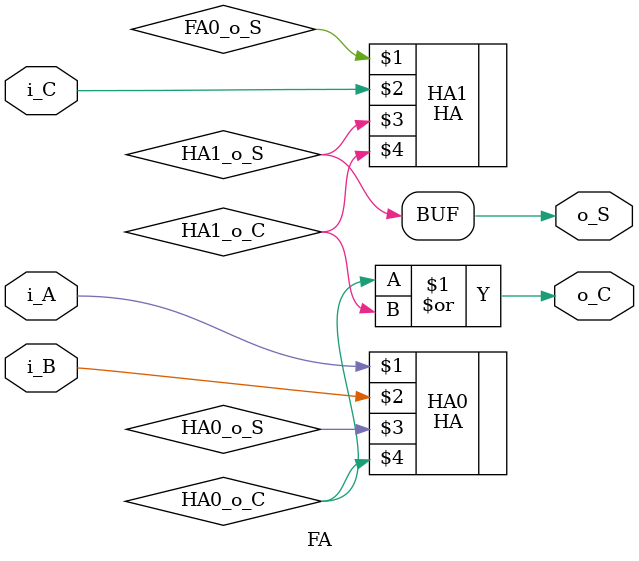
<source format=v>
module FA(i_A, i_B, i_C, o_S, o_C);
input i_A, i_B, i_C;
output o_S, o_C;
wire HA0_o_S, HA0_o_C;
wire HA1_o_S, HA1_o_C;

HA HA0(i_A, i_B, HA0_o_S, HA0_o_C);
HA HA1(FA0_o_S, i_C, HA1_o_S, HA1_o_C);

assign o_S = HA1_o_S,
       o_C = HA0_o_C | HA1_o_C;

endmodule

</source>
